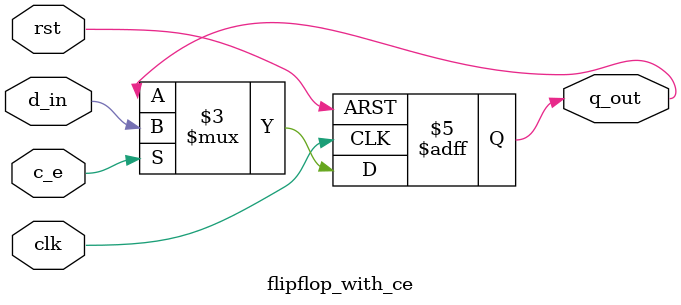
<source format=v>
module flipflop_with_ce(clk, rst, d_in, c_e, q_out);

input clk, rst, d_in, c_e;
output reg q_out;

always @(posedge clk or posedge rst) begin

    if(rst)
        q_out <= 1'b0;
    else if (c_e)
        q_out <= d_in;
    else
        q_out <= q_out;
end

endmodule
</source>
